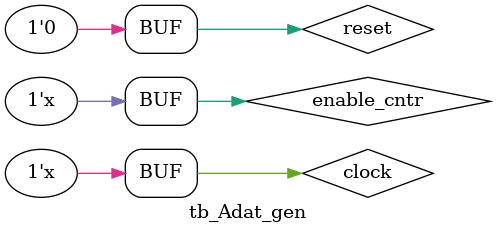
<source format=v>
`timescale 1ns / 1ps

module tb_Adat_gen;

	// Inputs
	reg clock;
	reg reset;
	reg enable_cntr;

	// Outputs
	wire adat_ki;
	wire data_change;

	// Instantiate the Unit Under Test (UUT)
	Adat_Gen uut (
		.clock(clock), 
		.reset(reset), 
		.enable_cntr(enable_cntr), 
		.adat_ki(adat_ki), 
		.data_change(data_change)
	);

	initial begin
		// Initialize Inputs
		clock = 0;
		reset = 1;
		enable_cntr = 0;

		// Wait 100 ns for global reset to finish
		#100;
      reset=0;
		end
		// Add stimulus here
		always #5
		clock <= ~clock;
		
		always #10 enable_cntr<=~enable_cntr;

      
endmodule


</source>
